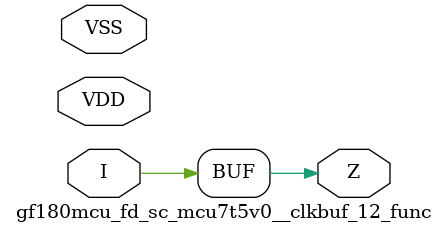
<source format=v>

module gf180mcu_fd_sc_mcu7t5v0__clkbuf_12_func( I, Z, VDD, VSS );
input I;
inout VDD, VSS;
output Z;

	buf MGM_BG_0( Z, I );

endmodule

</source>
